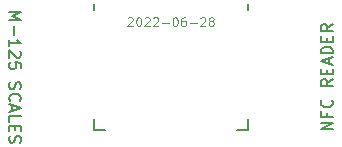
<source format=gbr>
%TF.GenerationSoftware,KiCad,Pcbnew,(6.0.5-0)*%
%TF.CreationDate,2022-06-28T11:24:23+01:00*%
%TF.ProjectId,M125,4d313235-2e6b-4696-9361-645f70636258,1*%
%TF.SameCoordinates,Original*%
%TF.FileFunction,Legend,Top*%
%TF.FilePolarity,Positive*%
%FSLAX46Y46*%
G04 Gerber Fmt 4.6, Leading zero omitted, Abs format (unit mm)*
G04 Created by KiCad (PCBNEW (6.0.5-0)) date 2022-06-28 11:24:23*
%MOMM*%
%LPD*%
G01*
G04 APERTURE LIST*
%ADD10C,0.150000*%
%ADD11C,0.100000*%
%ADD12C,0.200000*%
G04 APERTURE END LIST*
D10*
X113702380Y-49678571D02*
X112702380Y-49678571D01*
X113702380Y-49107142D01*
X112702380Y-49107142D01*
X113178571Y-48297619D02*
X113178571Y-48630952D01*
X113702380Y-48630952D02*
X112702380Y-48630952D01*
X112702380Y-48154761D01*
X113607142Y-47202380D02*
X113654761Y-47250000D01*
X113702380Y-47392857D01*
X113702380Y-47488095D01*
X113654761Y-47630952D01*
X113559523Y-47726190D01*
X113464285Y-47773809D01*
X113273809Y-47821428D01*
X113130952Y-47821428D01*
X112940476Y-47773809D01*
X112845238Y-47726190D01*
X112750000Y-47630952D01*
X112702380Y-47488095D01*
X112702380Y-47392857D01*
X112750000Y-47250000D01*
X112797619Y-47202380D01*
X113702380Y-45440476D02*
X113226190Y-45773809D01*
X113702380Y-46011904D02*
X112702380Y-46011904D01*
X112702380Y-45630952D01*
X112750000Y-45535714D01*
X112797619Y-45488095D01*
X112892857Y-45440476D01*
X113035714Y-45440476D01*
X113130952Y-45488095D01*
X113178571Y-45535714D01*
X113226190Y-45630952D01*
X113226190Y-46011904D01*
X113178571Y-45011904D02*
X113178571Y-44678571D01*
X113702380Y-44535714D02*
X113702380Y-45011904D01*
X112702380Y-45011904D01*
X112702380Y-44535714D01*
X113416666Y-44154761D02*
X113416666Y-43678571D01*
X113702380Y-44250000D02*
X112702380Y-43916666D01*
X113702380Y-43583333D01*
X113702380Y-43250000D02*
X112702380Y-43250000D01*
X112702380Y-43011904D01*
X112750000Y-42869047D01*
X112845238Y-42773809D01*
X112940476Y-42726190D01*
X113130952Y-42678571D01*
X113273809Y-42678571D01*
X113464285Y-42726190D01*
X113559523Y-42773809D01*
X113654761Y-42869047D01*
X113702380Y-43011904D01*
X113702380Y-43250000D01*
X113178571Y-42250000D02*
X113178571Y-41916666D01*
X113702380Y-41773809D02*
X113702380Y-42250000D01*
X112702380Y-42250000D01*
X112702380Y-41773809D01*
X113702380Y-40773809D02*
X113226190Y-41107142D01*
X113702380Y-41345238D02*
X112702380Y-41345238D01*
X112702380Y-40964285D01*
X112750000Y-40869047D01*
X112797619Y-40821428D01*
X112892857Y-40773809D01*
X113035714Y-40773809D01*
X113130952Y-40821428D01*
X113178571Y-40869047D01*
X113226190Y-40964285D01*
X113226190Y-41345238D01*
X86297619Y-39750000D02*
X87297619Y-39750000D01*
X86583333Y-40083333D01*
X87297619Y-40416666D01*
X86297619Y-40416666D01*
X86678571Y-40892857D02*
X86678571Y-41654761D01*
X86297619Y-42654761D02*
X86297619Y-42083333D01*
X86297619Y-42369047D02*
X87297619Y-42369047D01*
X87154761Y-42273809D01*
X87059523Y-42178571D01*
X87011904Y-42083333D01*
X87202380Y-43035714D02*
X87250000Y-43083333D01*
X87297619Y-43178571D01*
X87297619Y-43416666D01*
X87250000Y-43511904D01*
X87202380Y-43559523D01*
X87107142Y-43607142D01*
X87011904Y-43607142D01*
X86869047Y-43559523D01*
X86297619Y-42988095D01*
X86297619Y-43607142D01*
X87297619Y-44511904D02*
X87297619Y-44035714D01*
X86821428Y-43988095D01*
X86869047Y-44035714D01*
X86916666Y-44130952D01*
X86916666Y-44369047D01*
X86869047Y-44464285D01*
X86821428Y-44511904D01*
X86726190Y-44559523D01*
X86488095Y-44559523D01*
X86392857Y-44511904D01*
X86345238Y-44464285D01*
X86297619Y-44369047D01*
X86297619Y-44130952D01*
X86345238Y-44035714D01*
X86392857Y-43988095D01*
X86345238Y-45702380D02*
X86297619Y-45845238D01*
X86297619Y-46083333D01*
X86345238Y-46178571D01*
X86392857Y-46226190D01*
X86488095Y-46273809D01*
X86583333Y-46273809D01*
X86678571Y-46226190D01*
X86726190Y-46178571D01*
X86773809Y-46083333D01*
X86821428Y-45892857D01*
X86869047Y-45797619D01*
X86916666Y-45750000D01*
X87011904Y-45702380D01*
X87107142Y-45702380D01*
X87202380Y-45750000D01*
X87250000Y-45797619D01*
X87297619Y-45892857D01*
X87297619Y-46130952D01*
X87250000Y-46273809D01*
X86392857Y-47273809D02*
X86345238Y-47226190D01*
X86297619Y-47083333D01*
X86297619Y-46988095D01*
X86345238Y-46845238D01*
X86440476Y-46750000D01*
X86535714Y-46702380D01*
X86726190Y-46654761D01*
X86869047Y-46654761D01*
X87059523Y-46702380D01*
X87154761Y-46750000D01*
X87250000Y-46845238D01*
X87297619Y-46988095D01*
X87297619Y-47083333D01*
X87250000Y-47226190D01*
X87202380Y-47273809D01*
X86583333Y-47654761D02*
X86583333Y-48130952D01*
X86297619Y-47559523D02*
X87297619Y-47892857D01*
X86297619Y-48226190D01*
X86297619Y-49035714D02*
X86297619Y-48559523D01*
X87297619Y-48559523D01*
X86821428Y-49369047D02*
X86821428Y-49702380D01*
X86297619Y-49845238D02*
X86297619Y-49369047D01*
X87297619Y-49369047D01*
X87297619Y-49845238D01*
X86345238Y-50226190D02*
X86297619Y-50369047D01*
X86297619Y-50607142D01*
X86345238Y-50702380D01*
X86392857Y-50750000D01*
X86488095Y-50797619D01*
X86583333Y-50797619D01*
X86678571Y-50750000D01*
X86726190Y-50702380D01*
X86773809Y-50607142D01*
X86821428Y-50416666D01*
X86869047Y-50321428D01*
X86916666Y-50273809D01*
X87011904Y-50226190D01*
X87107142Y-50226190D01*
X87202380Y-50273809D01*
X87250000Y-50321428D01*
X87297619Y-50416666D01*
X87297619Y-50654761D01*
X87250000Y-50797619D01*
D11*
%TO.C,U1*%
X96357142Y-40253964D02*
X96392857Y-40218250D01*
X96464285Y-40182535D01*
X96642857Y-40182535D01*
X96714285Y-40218250D01*
X96750000Y-40253964D01*
X96785714Y-40325392D01*
X96785714Y-40396821D01*
X96750000Y-40503964D01*
X96321428Y-40932535D01*
X96785714Y-40932535D01*
X97250000Y-40182535D02*
X97321428Y-40182535D01*
X97392857Y-40218250D01*
X97428571Y-40253964D01*
X97464285Y-40325392D01*
X97500000Y-40468250D01*
X97500000Y-40646821D01*
X97464285Y-40789678D01*
X97428571Y-40861107D01*
X97392857Y-40896821D01*
X97321428Y-40932535D01*
X97250000Y-40932535D01*
X97178571Y-40896821D01*
X97142857Y-40861107D01*
X97107142Y-40789678D01*
X97071428Y-40646821D01*
X97071428Y-40468250D01*
X97107142Y-40325392D01*
X97142857Y-40253964D01*
X97178571Y-40218250D01*
X97250000Y-40182535D01*
X97785714Y-40253964D02*
X97821428Y-40218250D01*
X97892857Y-40182535D01*
X98071428Y-40182535D01*
X98142857Y-40218250D01*
X98178571Y-40253964D01*
X98214285Y-40325392D01*
X98214285Y-40396821D01*
X98178571Y-40503964D01*
X97750000Y-40932535D01*
X98214285Y-40932535D01*
X98500000Y-40253964D02*
X98535714Y-40218250D01*
X98607142Y-40182535D01*
X98785714Y-40182535D01*
X98857142Y-40218250D01*
X98892857Y-40253964D01*
X98928571Y-40325392D01*
X98928571Y-40396821D01*
X98892857Y-40503964D01*
X98464285Y-40932535D01*
X98928571Y-40932535D01*
X99250000Y-40646821D02*
X99821428Y-40646821D01*
X100321428Y-40182535D02*
X100392857Y-40182535D01*
X100464285Y-40218250D01*
X100500000Y-40253964D01*
X100535714Y-40325392D01*
X100571428Y-40468250D01*
X100571428Y-40646821D01*
X100535714Y-40789678D01*
X100500000Y-40861107D01*
X100464285Y-40896821D01*
X100392857Y-40932535D01*
X100321428Y-40932535D01*
X100250000Y-40896821D01*
X100214285Y-40861107D01*
X100178571Y-40789678D01*
X100142857Y-40646821D01*
X100142857Y-40468250D01*
X100178571Y-40325392D01*
X100214285Y-40253964D01*
X100250000Y-40218250D01*
X100321428Y-40182535D01*
X101214285Y-40182535D02*
X101071428Y-40182535D01*
X101000000Y-40218250D01*
X100964285Y-40253964D01*
X100892857Y-40361107D01*
X100857142Y-40503964D01*
X100857142Y-40789678D01*
X100892857Y-40861107D01*
X100928571Y-40896821D01*
X101000000Y-40932535D01*
X101142857Y-40932535D01*
X101214285Y-40896821D01*
X101250000Y-40861107D01*
X101285714Y-40789678D01*
X101285714Y-40611107D01*
X101250000Y-40539678D01*
X101214285Y-40503964D01*
X101142857Y-40468250D01*
X101000000Y-40468250D01*
X100928571Y-40503964D01*
X100892857Y-40539678D01*
X100857142Y-40611107D01*
X101607142Y-40646821D02*
X102178571Y-40646821D01*
X102500000Y-40253964D02*
X102535714Y-40218250D01*
X102607142Y-40182535D01*
X102785714Y-40182535D01*
X102857142Y-40218250D01*
X102892857Y-40253964D01*
X102928571Y-40325392D01*
X102928571Y-40396821D01*
X102892857Y-40503964D01*
X102464285Y-40932535D01*
X102928571Y-40932535D01*
X103357142Y-40503964D02*
X103285714Y-40468250D01*
X103250000Y-40432535D01*
X103214285Y-40361107D01*
X103214285Y-40325392D01*
X103250000Y-40253964D01*
X103285714Y-40218250D01*
X103357142Y-40182535D01*
X103500000Y-40182535D01*
X103571428Y-40218250D01*
X103607142Y-40253964D01*
X103642857Y-40325392D01*
X103642857Y-40361107D01*
X103607142Y-40432535D01*
X103571428Y-40468250D01*
X103500000Y-40503964D01*
X103357142Y-40503964D01*
X103285714Y-40539678D01*
X103250000Y-40575392D01*
X103214285Y-40646821D01*
X103214285Y-40789678D01*
X103250000Y-40861107D01*
X103285714Y-40896821D01*
X103357142Y-40932535D01*
X103500000Y-40932535D01*
X103571428Y-40896821D01*
X103607142Y-40861107D01*
X103642857Y-40789678D01*
X103642857Y-40646821D01*
X103607142Y-40575392D01*
X103571428Y-40539678D01*
X103500000Y-40503964D01*
D12*
X93500000Y-48793250D02*
X93500000Y-49693250D01*
X106500000Y-39093250D02*
X106500000Y-39593250D01*
X106500000Y-49693250D02*
X105600000Y-49693250D01*
X93500000Y-49693250D02*
X94400000Y-49693250D01*
X93500000Y-39093250D02*
X93500000Y-39593250D01*
X106500000Y-48793250D02*
X106500000Y-49693250D01*
%TD*%
M02*

</source>
